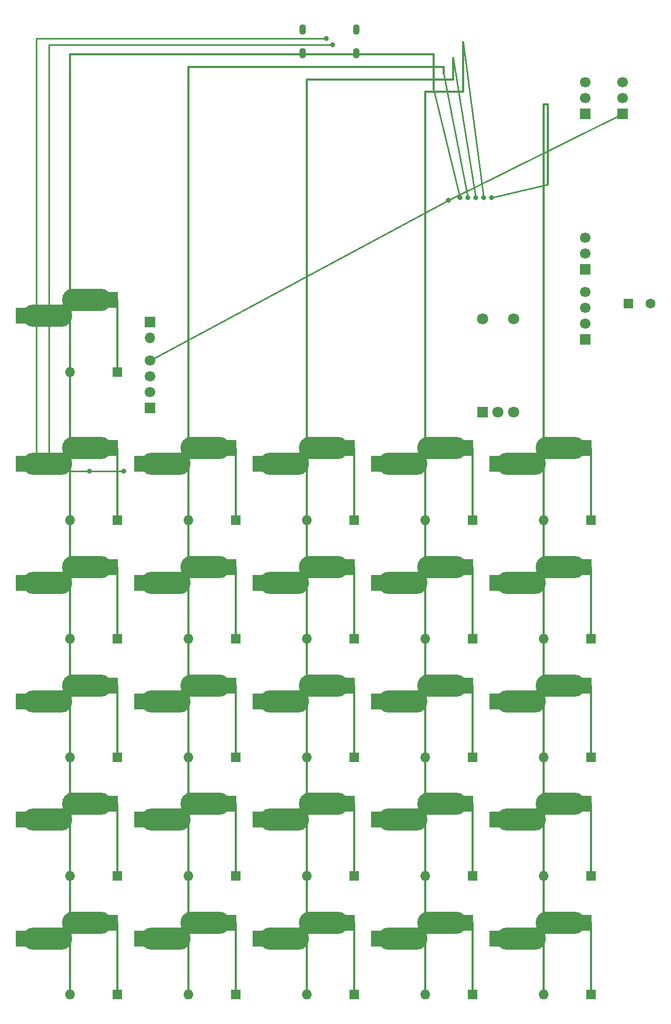
<source format=gbl>
%TF.GenerationSoftware,KiCad,Pcbnew,9.0.7*%
%TF.CreationDate,2026-02-28T22:53:29-05:00*%
%TF.ProjectId,Macropad,4d616372-6f70-4616-942e-6b696361645f,rev?*%
%TF.SameCoordinates,Original*%
%TF.FileFunction,Copper,L2,Bot*%
%TF.FilePolarity,Positive*%
%FSLAX46Y46*%
G04 Gerber Fmt 4.6, Leading zero omitted, Abs format (unit mm)*
G04 Created by KiCad (PCBNEW 9.0.7) date 2026-02-28 22:53:29*
%MOMM*%
%LPD*%
G01*
G04 APERTURE LIST*
%TA.AperFunction,SMDPad,CuDef*%
%ADD10R,2.550000X2.500000*%
%TD*%
%TA.AperFunction,ComponentPad*%
%ADD11O,8.000000X3.600000*%
%TD*%
%TA.AperFunction,ComponentPad*%
%ADD12R,1.600000X1.600000*%
%TD*%
%TA.AperFunction,ComponentPad*%
%ADD13O,1.600000X1.600000*%
%TD*%
%TA.AperFunction,ComponentPad*%
%ADD14R,1.700000X1.700000*%
%TD*%
%TA.AperFunction,ComponentPad*%
%ADD15C,1.700000*%
%TD*%
%TA.AperFunction,ComponentPad*%
%ADD16O,1.700000X1.700000*%
%TD*%
%TA.AperFunction,ComponentPad*%
%ADD17O,1.100000X1.700000*%
%TD*%
%TA.AperFunction,ComponentPad*%
%ADD18C,1.600000*%
%TD*%
%TA.AperFunction,ComponentPad*%
%ADD19R,1.800000X1.800000*%
%TD*%
%TA.AperFunction,ComponentPad*%
%ADD20C,1.800000*%
%TD*%
%TA.AperFunction,ViaPad*%
%ADD21C,0.800000*%
%TD*%
%TA.AperFunction,Conductor*%
%ADD22C,0.300000*%
%TD*%
%TA.AperFunction,Conductor*%
%ADD23C,0.250000*%
%TD*%
G04 APERTURE END LIST*
D10*
%TO.P,SW1,1*%
%TO.N,ROW0*%
X1965000Y-6985000D03*
%TO.P,SW1,2*%
%TO.N,K1*%
X15815000Y-4445000D03*
D11*
%TO.P,SW1,1*%
%TO.N,ROW0*%
X5715000Y-6985000D03*
%TO.P,SW1,2*%
%TO.N,K1*%
X12065000Y-4445000D03*
%TD*%
D12*
%TO.P,D1,1*%
%TO.N,K1*%
X17025000Y-16025000D03*
D13*
%TO.P,D1,2*%
%TO.N,COL0*%
X9405000Y-16025000D03*
%TD*%
D10*
%TO.P,SW2,1*%
%TO.N,ROW1*%
X1965000Y-30797000D03*
%TO.P,SW2,2*%
%TO.N,K2*%
X15815000Y-28257000D03*
D11*
%TO.P,SW2,1*%
%TO.N,ROW1*%
X5715000Y-30797000D03*
%TO.P,SW2,2*%
%TO.N,K2*%
X12065000Y-28257000D03*
%TD*%
D12*
%TO.P,D2,1*%
%TO.N,K2*%
X17025000Y-39837000D03*
D13*
%TO.P,D2,2*%
%TO.N,COL0*%
X9405000Y-39837000D03*
%TD*%
D10*
%TO.P,SW3,1*%
%TO.N,ROW1*%
X21015000Y-30797000D03*
%TO.P,SW3,2*%
%TO.N,K3*%
X34865000Y-28257000D03*
D11*
%TO.P,SW3,1*%
%TO.N,ROW1*%
X24765000Y-30797000D03*
%TO.P,SW3,2*%
%TO.N,K3*%
X31115000Y-28257000D03*
%TD*%
D12*
%TO.P,D3,1*%
%TO.N,K3*%
X36075000Y-39837000D03*
D13*
%TO.P,D3,2*%
%TO.N,COL1*%
X28455000Y-39837000D03*
%TD*%
D10*
%TO.P,SW4,1*%
%TO.N,ROW1*%
X40065000Y-30797000D03*
%TO.P,SW4,2*%
%TO.N,K4*%
X53915000Y-28257000D03*
D11*
%TO.P,SW4,1*%
%TO.N,ROW1*%
X43815000Y-30797000D03*
%TO.P,SW4,2*%
%TO.N,K4*%
X50165000Y-28257000D03*
%TD*%
D12*
%TO.P,D4,1*%
%TO.N,K4*%
X55125000Y-39837000D03*
D13*
%TO.P,D4,2*%
%TO.N,COL2*%
X47505000Y-39837000D03*
%TD*%
D10*
%TO.P,SW5,1*%
%TO.N,ROW1*%
X59115000Y-30797000D03*
%TO.P,SW5,2*%
%TO.N,K5*%
X72965000Y-28257000D03*
D11*
%TO.P,SW5,1*%
%TO.N,ROW1*%
X62865000Y-30797000D03*
%TO.P,SW5,2*%
%TO.N,K5*%
X69215000Y-28257000D03*
%TD*%
D12*
%TO.P,D5,1*%
%TO.N,K5*%
X74175000Y-39837000D03*
D13*
%TO.P,D5,2*%
%TO.N,COL3*%
X66555000Y-39837000D03*
%TD*%
D10*
%TO.P,SW6,1*%
%TO.N,ROW1*%
X78165000Y-30797000D03*
%TO.P,SW6,2*%
%TO.N,K6*%
X92015000Y-28257000D03*
D11*
%TO.P,SW6,1*%
%TO.N,ROW1*%
X81915000Y-30797000D03*
%TO.P,SW6,2*%
%TO.N,K6*%
X88265000Y-28257000D03*
%TD*%
D12*
%TO.P,D6,1*%
%TO.N,K6*%
X93225000Y-39837000D03*
D13*
%TO.P,D6,2*%
%TO.N,COL4*%
X85605000Y-39837000D03*
%TD*%
D10*
%TO.P,SW7,1*%
%TO.N,ROW2*%
X1965000Y-49848000D03*
%TO.P,SW7,2*%
%TO.N,K7*%
X15815000Y-47308000D03*
D11*
%TO.P,SW7,1*%
%TO.N,ROW2*%
X5715000Y-49848000D03*
%TO.P,SW7,2*%
%TO.N,K7*%
X12065000Y-47308000D03*
%TD*%
D12*
%TO.P,D7,1*%
%TO.N,K7*%
X17025000Y-58888000D03*
D13*
%TO.P,D7,2*%
%TO.N,COL0*%
X9405000Y-58888000D03*
%TD*%
D10*
%TO.P,SW8,1*%
%TO.N,ROW2*%
X21015000Y-49848000D03*
%TO.P,SW8,2*%
%TO.N,K8*%
X34865000Y-47308000D03*
D11*
%TO.P,SW8,1*%
%TO.N,ROW2*%
X24765000Y-49848000D03*
%TO.P,SW8,2*%
%TO.N,K8*%
X31115000Y-47308000D03*
%TD*%
D12*
%TO.P,D8,1*%
%TO.N,K8*%
X36075000Y-58888000D03*
D13*
%TO.P,D8,2*%
%TO.N,COL1*%
X28455000Y-58888000D03*
%TD*%
D10*
%TO.P,SW9,1*%
%TO.N,ROW2*%
X40065000Y-49848000D03*
%TO.P,SW9,2*%
%TO.N,K9*%
X53915000Y-47308000D03*
D11*
%TO.P,SW9,1*%
%TO.N,ROW2*%
X43815000Y-49848000D03*
%TO.P,SW9,2*%
%TO.N,K9*%
X50165000Y-47308000D03*
%TD*%
D12*
%TO.P,D9,1*%
%TO.N,K9*%
X55125000Y-58888000D03*
D13*
%TO.P,D9,2*%
%TO.N,COL2*%
X47505000Y-58888000D03*
%TD*%
D10*
%TO.P,SW10,1*%
%TO.N,ROW2*%
X59115000Y-49848000D03*
%TO.P,SW10,2*%
%TO.N,K10*%
X72965000Y-47308000D03*
D11*
%TO.P,SW10,1*%
%TO.N,ROW2*%
X62865000Y-49848000D03*
%TO.P,SW10,2*%
%TO.N,K10*%
X69215000Y-47308000D03*
%TD*%
D12*
%TO.P,D10,1*%
%TO.N,K10*%
X74175000Y-58888000D03*
D13*
%TO.P,D10,2*%
%TO.N,COL3*%
X66555000Y-58888000D03*
%TD*%
D10*
%TO.P,SW11,1*%
%TO.N,ROW2*%
X78165000Y-49848000D03*
%TO.P,SW11,2*%
%TO.N,K11*%
X92015000Y-47308000D03*
D11*
%TO.P,SW11,1*%
%TO.N,ROW2*%
X81915000Y-49848000D03*
%TO.P,SW11,2*%
%TO.N,K11*%
X88265000Y-47308000D03*
%TD*%
D12*
%TO.P,D11,1*%
%TO.N,K11*%
X93225000Y-58888000D03*
D13*
%TO.P,D11,2*%
%TO.N,COL4*%
X85605000Y-58888000D03*
%TD*%
D10*
%TO.P,SW12,1*%
%TO.N,ROW3*%
X1965000Y-68898000D03*
%TO.P,SW12,2*%
%TO.N,K12*%
X15815000Y-66358000D03*
D11*
%TO.P,SW12,1*%
%TO.N,ROW3*%
X5715000Y-68898000D03*
%TO.P,SW12,2*%
%TO.N,K12*%
X12065000Y-66358000D03*
%TD*%
D12*
%TO.P,D12,1*%
%TO.N,K12*%
X17025000Y-77938000D03*
D13*
%TO.P,D12,2*%
%TO.N,COL0*%
X9405000Y-77938000D03*
%TD*%
D10*
%TO.P,SW13,1*%
%TO.N,ROW3*%
X21015000Y-68898000D03*
%TO.P,SW13,2*%
%TO.N,K13*%
X34865000Y-66358000D03*
D11*
%TO.P,SW13,1*%
%TO.N,ROW3*%
X24765000Y-68898000D03*
%TO.P,SW13,2*%
%TO.N,K13*%
X31115000Y-66358000D03*
%TD*%
D12*
%TO.P,D13,1*%
%TO.N,K13*%
X36075000Y-77938000D03*
D13*
%TO.P,D13,2*%
%TO.N,COL1*%
X28455000Y-77938000D03*
%TD*%
D10*
%TO.P,SW14,1*%
%TO.N,ROW3*%
X40065000Y-68898000D03*
%TO.P,SW14,2*%
%TO.N,K14*%
X53915000Y-66358000D03*
D11*
%TO.P,SW14,1*%
%TO.N,ROW3*%
X43815000Y-68898000D03*
%TO.P,SW14,2*%
%TO.N,K14*%
X50165000Y-66358000D03*
%TD*%
D12*
%TO.P,D14,1*%
%TO.N,K14*%
X55125000Y-77938000D03*
D13*
%TO.P,D14,2*%
%TO.N,COL2*%
X47505000Y-77938000D03*
%TD*%
D10*
%TO.P,SW15,1*%
%TO.N,ROW3*%
X59115000Y-68898000D03*
%TO.P,SW15,2*%
%TO.N,K15*%
X72965000Y-66358000D03*
D11*
%TO.P,SW15,1*%
%TO.N,ROW3*%
X62865000Y-68898000D03*
%TO.P,SW15,2*%
%TO.N,K15*%
X69215000Y-66358000D03*
%TD*%
D12*
%TO.P,D15,1*%
%TO.N,K15*%
X74175000Y-77938000D03*
D13*
%TO.P,D15,2*%
%TO.N,COL3*%
X66555000Y-77938000D03*
%TD*%
D10*
%TO.P,SW16,1*%
%TO.N,ROW3*%
X78165000Y-68898000D03*
%TO.P,SW16,2*%
%TO.N,K16*%
X92015000Y-66358000D03*
D11*
%TO.P,SW16,1*%
%TO.N,ROW3*%
X81915000Y-68898000D03*
%TO.P,SW16,2*%
%TO.N,K16*%
X88265000Y-66358000D03*
%TD*%
D12*
%TO.P,D16,1*%
%TO.N,K16*%
X93225000Y-77938000D03*
D13*
%TO.P,D16,2*%
%TO.N,COL4*%
X85605000Y-77938000D03*
%TD*%
D10*
%TO.P,SW17,1*%
%TO.N,ROW4*%
X1965000Y-87947000D03*
%TO.P,SW17,2*%
%TO.N,K17*%
X15815000Y-85407000D03*
D11*
%TO.P,SW17,1*%
%TO.N,ROW4*%
X5715000Y-87947000D03*
%TO.P,SW17,2*%
%TO.N,K17*%
X12065000Y-85407000D03*
%TD*%
D12*
%TO.P,D17,1*%
%TO.N,K17*%
X17025000Y-96987000D03*
D13*
%TO.P,D17,2*%
%TO.N,COL0*%
X9405000Y-96987000D03*
%TD*%
D10*
%TO.P,SW18,1*%
%TO.N,ROW4*%
X21015000Y-87947000D03*
%TO.P,SW18,2*%
%TO.N,K18*%
X34865000Y-85407000D03*
D11*
%TO.P,SW18,1*%
%TO.N,ROW4*%
X24765000Y-87947000D03*
%TO.P,SW18,2*%
%TO.N,K18*%
X31115000Y-85407000D03*
%TD*%
D12*
%TO.P,D18,1*%
%TO.N,K18*%
X36075000Y-96987000D03*
D13*
%TO.P,D18,2*%
%TO.N,COL1*%
X28455000Y-96987000D03*
%TD*%
D10*
%TO.P,SW19,1*%
%TO.N,ROW4*%
X40065000Y-87947000D03*
%TO.P,SW19,2*%
%TO.N,K19*%
X53915000Y-85407000D03*
D11*
%TO.P,SW19,1*%
%TO.N,ROW4*%
X43815000Y-87947000D03*
%TO.P,SW19,2*%
%TO.N,K19*%
X50165000Y-85407000D03*
%TD*%
D12*
%TO.P,D19,1*%
%TO.N,K19*%
X55125000Y-96987000D03*
D13*
%TO.P,D19,2*%
%TO.N,COL2*%
X47505000Y-96987000D03*
%TD*%
D10*
%TO.P,SW20,1*%
%TO.N,ROW4*%
X59115000Y-87947000D03*
%TO.P,SW20,2*%
%TO.N,K20*%
X72965000Y-85407000D03*
D11*
%TO.P,SW20,1*%
%TO.N,ROW4*%
X62865000Y-87947000D03*
%TO.P,SW20,2*%
%TO.N,K20*%
X69215000Y-85407000D03*
%TD*%
D12*
%TO.P,D20,1*%
%TO.N,K20*%
X74175000Y-96987000D03*
D13*
%TO.P,D20,2*%
%TO.N,COL3*%
X66555000Y-96987000D03*
%TD*%
D10*
%TO.P,SW21,1*%
%TO.N,ROW4*%
X78165000Y-87947000D03*
%TO.P,SW21,2*%
%TO.N,K21*%
X92015000Y-85407000D03*
D11*
%TO.P,SW21,1*%
%TO.N,ROW4*%
X81915000Y-87947000D03*
%TO.P,SW21,2*%
%TO.N,K21*%
X88265000Y-85407000D03*
%TD*%
D12*
%TO.P,D21,1*%
%TO.N,K21*%
X93225000Y-96987000D03*
D13*
%TO.P,D21,2*%
%TO.N,COL4*%
X85605000Y-96987000D03*
%TD*%
D10*
%TO.P,SW22,1*%
%TO.N,ROW5*%
X1965000Y-106998000D03*
%TO.P,SW22,2*%
%TO.N,K22*%
X15815000Y-104458000D03*
D11*
%TO.P,SW22,1*%
%TO.N,ROW5*%
X5715000Y-106998000D03*
%TO.P,SW22,2*%
%TO.N,K22*%
X12065000Y-104458000D03*
%TD*%
D12*
%TO.P,D22,1*%
%TO.N,K22*%
X17025000Y-116038000D03*
D13*
%TO.P,D22,2*%
%TO.N,COL0*%
X9405000Y-116038000D03*
%TD*%
D10*
%TO.P,SW23,1*%
%TO.N,ROW5*%
X21015000Y-106998000D03*
%TO.P,SW23,2*%
%TO.N,K23*%
X34865000Y-104458000D03*
D11*
%TO.P,SW23,1*%
%TO.N,ROW5*%
X24765000Y-106998000D03*
%TO.P,SW23,2*%
%TO.N,K23*%
X31115000Y-104458000D03*
%TD*%
D12*
%TO.P,D23,1*%
%TO.N,K23*%
X36075000Y-116038000D03*
D13*
%TO.P,D23,2*%
%TO.N,COL1*%
X28455000Y-116038000D03*
%TD*%
D10*
%TO.P,SW24,1*%
%TO.N,ROW5*%
X40065000Y-106998000D03*
%TO.P,SW24,2*%
%TO.N,K24*%
X53915000Y-104458000D03*
D11*
%TO.P,SW24,1*%
%TO.N,ROW5*%
X43815000Y-106998000D03*
%TO.P,SW24,2*%
%TO.N,K24*%
X50165000Y-104458000D03*
%TD*%
D12*
%TO.P,D24,1*%
%TO.N,K24*%
X55125000Y-116038000D03*
D13*
%TO.P,D24,2*%
%TO.N,COL2*%
X47505000Y-116038000D03*
%TD*%
D10*
%TO.P,SW25,1*%
%TO.N,ROW5*%
X59115000Y-106998000D03*
%TO.P,SW25,2*%
%TO.N,K25*%
X72965000Y-104458000D03*
D11*
%TO.P,SW25,1*%
%TO.N,ROW5*%
X62865000Y-106998000D03*
%TO.P,SW25,2*%
%TO.N,K25*%
X69215000Y-104458000D03*
%TD*%
D12*
%TO.P,D25,1*%
%TO.N,K25*%
X74175000Y-116038000D03*
D13*
%TO.P,D25,2*%
%TO.N,COL3*%
X66555000Y-116038000D03*
%TD*%
D10*
%TO.P,SW26,1*%
%TO.N,ROW5*%
X78165000Y-106998000D03*
%TO.P,SW26,2*%
%TO.N,K26*%
X92015000Y-104458000D03*
D11*
%TO.P,SW26,1*%
%TO.N,ROW5*%
X81915000Y-106998000D03*
%TO.P,SW26,2*%
%TO.N,K26*%
X88265000Y-104458000D03*
%TD*%
D12*
%TO.P,D26,1*%
%TO.N,K26*%
X93225000Y-116038000D03*
D13*
%TO.P,D26,2*%
%TO.N,COL4*%
X85605000Y-116038000D03*
%TD*%
D14*
%TO.P,J201,1*%
%TO.N,3V3*%
X98250000Y25460000D03*
D15*
%TO.P,J201,2*%
%TO.N,GND*%
X98250000Y28000000D03*
%TO.P,J201,3*%
%TO.N,IR_RX*%
X98250000Y30540000D03*
%TD*%
D14*
%TO.P,J202,1*%
%TO.N,5V*%
X92250000Y25460000D03*
D15*
%TO.P,J202,2*%
%TO.N,GND*%
X92250000Y28000000D03*
%TO.P,J202,3*%
%TO.N,IR_TX*%
X92250000Y30540000D03*
%TD*%
D14*
%TO.P,J301,1*%
%TO.N,5V*%
X92250000Y460000D03*
D15*
%TO.P,J301,2*%
%TO.N,LED_DIN*%
X92250000Y3000000D03*
%TO.P,J301,3*%
%TO.N,GND*%
X92250000Y5540000D03*
%TD*%
D14*
%TO.P,J302,1*%
%TO.N,3V3*%
X92250000Y-10810000D03*
D15*
%TO.P,J302,2*%
%TO.N,GND*%
X92250000Y-8270000D03*
%TO.P,J302,3*%
%TO.N,LCD_SDA*%
X92250000Y-5730000D03*
%TO.P,J302,4*%
%TO.N,LCD_SCL*%
X92250000Y-3190000D03*
%TD*%
D14*
%TO.P,J400,1*%
%TO.N,BAT+*%
X22250000Y-8000000D03*
D16*
%TO.P,J400,2*%
%TO.N,GND*%
X22250000Y-10540000D03*
%TD*%
D14*
%TO.P,J401,1*%
%TO.N,BAT+*%
X22250000Y-21810000D03*
D15*
%TO.P,J401,2*%
%TO.N,GND*%
X22250000Y-19270000D03*
%TO.P,J401,3*%
%TO.N,5V*%
X22250000Y-16730000D03*
%TO.P,J401,4*%
%TO.N,3V3*%
X22250000Y-14190000D03*
%TD*%
D17*
%TO.P,J402,S1*%
%TO.N,GND*%
X46805000Y39000000D03*
X46805000Y35200000D03*
X55445000Y39000000D03*
X55445000Y35200000D03*
%TD*%
D12*
%TO.P,C401,1*%
%TO.N,5V*%
X99250000Y-5000000D03*
D18*
%TO.P,C401,2*%
%TO.N,GND*%
X102750000Y-5000000D03*
%TD*%
D19*
%TO.P,SW401,A*%
%TO.N,ENC_A*%
X75750000Y-22500000D03*
D20*
%TO.P,SW401,B*%
%TO.N,ENC_B*%
X80750000Y-22500000D03*
%TO.P,SW401,C*%
%TO.N,GND*%
X78250000Y-22500000D03*
%TO.P,SW401,S1*%
%TO.N,ENC_SW*%
X75750000Y-7500000D03*
%TO.P,SW401,S2*%
%TO.N,GND*%
X80750000Y-7500000D03*
%TD*%
D21*
%TO.N,COL0*%
X72075000Y12000000D03*
%TO.N,COL1*%
X73345000Y12000000D03*
%TO.N,COL2*%
X74615000Y12000000D03*
%TO.N,COL3*%
X75885000Y12000000D03*
%TO.N,COL4*%
X77155000Y12000000D03*
%TO.N,3V3*%
X70250000Y11570000D03*
%TO.N,USB_CC1*%
X50625000Y37580000D03*
X18000000Y-31920000D03*
%TO.N,USB_CC2*%
X51625000Y36580000D03*
X12500000Y-31920000D03*
%TD*%
D22*
%TO.N,K1*%
X12065000Y-4445000D02*
X17025000Y-4445000D01*
X17025000Y-4445000D02*
X17025000Y-16025000D01*
%TO.N,K2*%
X12065000Y-28258000D02*
X17025000Y-28258000D01*
X17025000Y-28258000D02*
X17025000Y-39837000D01*
%TO.N,K3*%
X31115000Y-28258000D02*
X36075000Y-28258000D01*
X36075000Y-28258000D02*
X36075000Y-39837000D01*
%TO.N,K4*%
X50165000Y-28258000D02*
X55125000Y-28258000D01*
X55125000Y-28258000D02*
X55125000Y-39837000D01*
%TO.N,K5*%
X69215000Y-28258000D02*
X74175000Y-28258000D01*
X74175000Y-28258000D02*
X74175000Y-39837000D01*
%TO.N,K6*%
X88265000Y-28258000D02*
X93225000Y-28258000D01*
X93225000Y-28258000D02*
X93225000Y-39837000D01*
%TO.N,K7*%
X12065000Y-47308000D02*
X17025000Y-47308000D01*
X17025000Y-47308000D02*
X17025000Y-58888000D01*
%TO.N,K8*%
X31115000Y-47308000D02*
X36075000Y-47308000D01*
X36075000Y-47308000D02*
X36075000Y-58888000D01*
%TO.N,K9*%
X50165000Y-47308000D02*
X55125000Y-47308000D01*
X55125000Y-47308000D02*
X55125000Y-58888000D01*
%TO.N,K10*%
X69215000Y-47308000D02*
X74175000Y-47308000D01*
X74175000Y-47308000D02*
X74175000Y-58888000D01*
%TO.N,K11*%
X88265000Y-47308000D02*
X93225000Y-47308000D01*
X93225000Y-47308000D02*
X93225000Y-58888000D01*
%TO.N,K12*%
X12065000Y-66358000D02*
X17025000Y-66358000D01*
X17025000Y-66358000D02*
X17025000Y-77938000D01*
%TO.N,K13*%
X31115000Y-66358000D02*
X36075000Y-66358000D01*
X36075000Y-66358000D02*
X36075000Y-77938000D01*
%TO.N,K14*%
X50165000Y-66358000D02*
X55125000Y-66358000D01*
X55125000Y-66358000D02*
X55125000Y-77938000D01*
%TO.N,K15*%
X69215000Y-66358000D02*
X74175000Y-66358000D01*
X74175000Y-66358000D02*
X74175000Y-77938000D01*
%TO.N,K16*%
X88265000Y-66358000D02*
X93225000Y-66358000D01*
X93225000Y-66358000D02*
X93225000Y-77938000D01*
%TO.N,K17*%
X12065000Y-85407000D02*
X17025000Y-85407000D01*
X17025000Y-85407000D02*
X17025000Y-96987000D01*
%TO.N,K18*%
X31115000Y-85407000D02*
X36075000Y-85407000D01*
X36075000Y-85407000D02*
X36075000Y-96987000D01*
%TO.N,K19*%
X50165000Y-85407000D02*
X55125000Y-85407000D01*
X55125000Y-85407000D02*
X55125000Y-96987000D01*
%TO.N,K20*%
X69215000Y-85407000D02*
X74175000Y-85407000D01*
X74175000Y-85407000D02*
X74175000Y-96987000D01*
%TO.N,K21*%
X88265000Y-85407000D02*
X93225000Y-85407000D01*
X93225000Y-85407000D02*
X93225000Y-96987000D01*
%TO.N,K22*%
X12065000Y-104458000D02*
X17025000Y-104458000D01*
X17025000Y-104458000D02*
X17025000Y-116038000D01*
%TO.N,K23*%
X31115000Y-104458000D02*
X36075000Y-104458000D01*
X36075000Y-104458000D02*
X36075000Y-116038000D01*
%TO.N,K24*%
X50165000Y-104458000D02*
X55125000Y-104458000D01*
X55125000Y-104458000D02*
X55125000Y-116038000D01*
%TO.N,K25*%
X69215000Y-104458000D02*
X74175000Y-104458000D01*
X74175000Y-104458000D02*
X74175000Y-116038000D01*
%TO.N,K26*%
X88265000Y-104458000D02*
X93225000Y-104458000D01*
X93225000Y-104458000D02*
X93225000Y-116038000D01*
%TO.N,COL0*%
X9405000Y-16025000D02*
X9405000Y-39837000D01*
X9405000Y-39837000D02*
X9405000Y-58888000D01*
X9405000Y-58888000D02*
X9405000Y-77938000D01*
X9405000Y-77938000D02*
X9405000Y-96987000D01*
X9405000Y-96987000D02*
X9405000Y-116038000D01*
X9405000Y-16025000D02*
X9405000Y35000000D01*
X9405000Y35000000D02*
X67850000Y35000000D01*
X67850000Y35000000D02*
X67850000Y29350000D01*
%TO.N,COL1*%
X28455000Y-39837000D02*
X28455000Y-58888000D01*
X28455000Y-58888000D02*
X28455000Y-77938000D01*
X28455000Y-77938000D02*
X28455000Y-96987000D01*
X28455000Y-96987000D02*
X28455000Y-116038000D01*
X28455000Y-39837000D02*
X28455000Y33000000D01*
X28455000Y33000000D02*
X69450000Y33000000D01*
X69450000Y33000000D02*
X69450000Y31890000D01*
%TO.N,COL2*%
X47505000Y-39837000D02*
X47505000Y-58888000D01*
X47505000Y-58888000D02*
X47505000Y-77938000D01*
X47505000Y-77938000D02*
X47505000Y-96987000D01*
X47505000Y-96987000D02*
X47505000Y-116038000D01*
X47505000Y-39837000D02*
X47505000Y31000000D01*
X47505000Y31000000D02*
X71050000Y31000000D01*
X71050000Y31000000D02*
X71050000Y34430000D01*
%TO.N,COL3*%
X66555000Y-39837000D02*
X66555000Y-58888000D01*
X66555000Y-58888000D02*
X66555000Y-77938000D01*
X66555000Y-77938000D02*
X66555000Y-96987000D01*
X66555000Y-96987000D02*
X66555000Y-116038000D01*
X66555000Y-39837000D02*
X66555000Y29000000D01*
X66555000Y29000000D02*
X72650000Y29000000D01*
X72650000Y29000000D02*
X72650000Y36970000D01*
%TO.N,COL4*%
X85605000Y-39837000D02*
X85605000Y-58888000D01*
X85605000Y-58888000D02*
X85605000Y-77938000D01*
X85605000Y-77938000D02*
X85605000Y-96987000D01*
X85605000Y-96987000D02*
X85605000Y-116038000D01*
X85605000Y-39837000D02*
X85605000Y27000000D01*
X85605000Y27000000D02*
X86250000Y27000000D01*
X86250000Y27000000D02*
X86250000Y14110000D01*
D23*
%TO.N,COL0*%
X72075000Y12000000D02*
X67850000Y29350000D01*
%TO.N,COL1*%
X73345000Y12000000D02*
X69450000Y31890000D01*
%TO.N,COL2*%
X74615000Y12000000D02*
X71050000Y34430000D01*
%TO.N,COL3*%
X75885000Y12000000D02*
X72650000Y36970000D01*
%TO.N,COL4*%
X77155000Y12000000D02*
X86250000Y14110000D01*
%TO.N,3V3*%
X22250000Y-14190000D02*
X70250000Y11570000D01*
X70250000Y11570000D02*
X98250000Y25460000D01*
%TO.N,USB_CC1*%
X50625000Y37580000D02*
X4000000Y37580000D01*
X4000000Y37580000D02*
X4000000Y-31920000D01*
X4000000Y-31920000D02*
X18000000Y-31920000D01*
%TO.N,USB_CC2*%
X51625000Y36580000D02*
X6000000Y36580000D01*
X6000000Y36580000D02*
X6000000Y-31920000D01*
X6000000Y-31920000D02*
X12500000Y-31920000D01*
%TD*%
M02*

</source>
